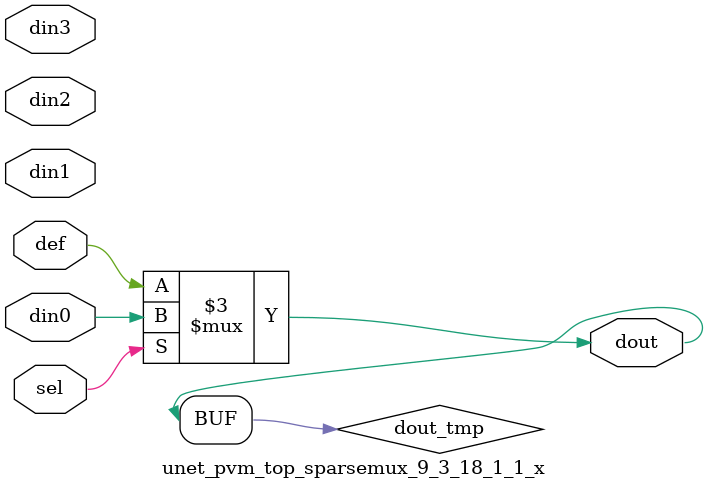
<source format=v>
`timescale 1ns / 1ps

module unet_pvm_top_sparsemux_9_3_18_1_1_x (din0,din1,din2,din3,def,sel,dout);

parameter din0_WIDTH = 1;

parameter din1_WIDTH = 1;

parameter din2_WIDTH = 1;

parameter din3_WIDTH = 1;

parameter def_WIDTH = 1;
parameter sel_WIDTH = 1;
parameter dout_WIDTH = 1;

parameter [sel_WIDTH-1:0] CASE0 = 1;

parameter [sel_WIDTH-1:0] CASE1 = 1;

parameter [sel_WIDTH-1:0] CASE2 = 1;

parameter [sel_WIDTH-1:0] CASE3 = 1;

parameter ID = 1;
parameter NUM_STAGE = 1;



input [din0_WIDTH-1:0] din0;

input [din1_WIDTH-1:0] din1;

input [din2_WIDTH-1:0] din2;

input [din3_WIDTH-1:0] din3;

input [def_WIDTH-1:0] def;
input [sel_WIDTH-1:0] sel;

output [dout_WIDTH-1:0] dout;



reg [dout_WIDTH-1:0] dout_tmp;


always @ (*) begin
(* parallel_case *) case (sel)
    
    CASE0 : dout_tmp = din0;
    
    CASE1 : dout_tmp = din1;
    
    CASE2 : dout_tmp = din2;
    
    CASE3 : dout_tmp = din3;
    
    default : dout_tmp = def;
endcase
end


assign dout = dout_tmp;



endmodule

</source>
